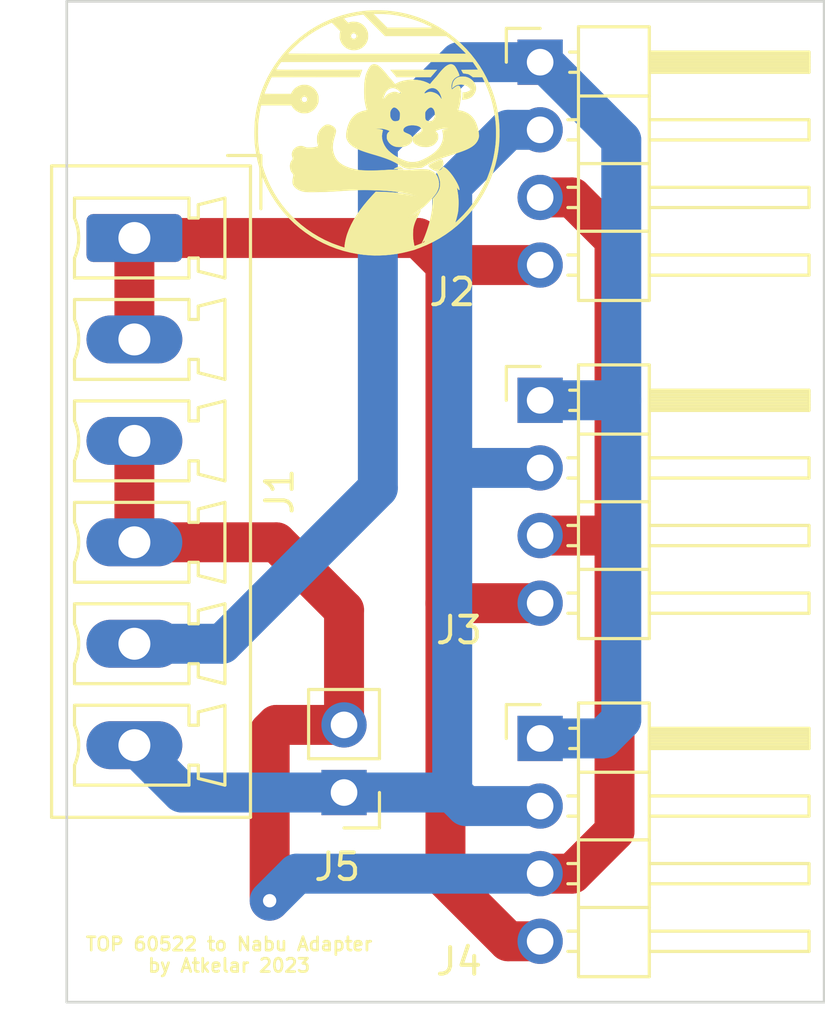
<source format=kicad_pcb>
(kicad_pcb (version 20221018) (generator pcbnew)
  (layers (0 "F.Cu" signal) (31 "B.Cu" signal) (34 "B.Paste" user) (35 "F.Paste" user) (36 "B.SilkS" user "B.Silkscreen") (37 "F.SilkS" user "F.Silkscreen") (38 "B.Mask" user) (39 "F.Mask" user) (44 "Edge.Cuts" user))
  (net 0 "")
  (net 1 "+5V")
  (net 2 "GND")
  (net 3 "-12V")
  (net 4 "+12V")
  (footprint "Connector_PinHeader_2.54mm:PinHeader_1x04_P2.54mm_Horizontal" (layer "F.Cu") (at 97.028 75.692)
    (fp_text reference "J2" (at -3.302 8.636) (layer "F.SilkS"))
    (fp_text value "MB")
    (pad "1" thru_hole rect (at 0 0) (size 1.7 1.7) (drill 1) (layers "*.Cu" "*.Mask") (net 3 "-12V"))
    (pad "2" thru_hole oval (at 0 2.54) (size 1.7 1.7) (drill 1) (layers "*.Cu" "*.Mask") (net 4 "+12V"))
    (pad "3" thru_hole oval (at 0 5.08) (size 1.7 1.7) (drill 1) (layers "*.Cu" "*.Mask") (net 2 "GND"))
    (pad "4" thru_hole oval (at 0 7.62) (size 1.7 1.7) (drill 1) (layers "*.Cu" "*.Mask") (net 1 "+5V"))
  )
  (footprint "Connector_PinHeader_2.54mm:PinHeader_1x04_P2.54mm_Horizontal" (layer "F.Cu") (at 97.028 88.392)
    (fp_text reference "J3" (at -3.048 8.636) (layer "F.SilkS"))
    (fp_text value "MB")
    (pad "1" thru_hole rect (at 0 0) (size 1.7 1.7) (drill 1) (layers "*.Cu" "*.Mask") (net 3 "-12V"))
    (pad "2" thru_hole oval (at 0 2.54) (size 1.7 1.7) (drill 1) (layers "*.Cu" "*.Mask") (net 4 "+12V"))
    (pad "3" thru_hole oval (at 0 5.08) (size 1.7 1.7) (drill 1) (layers "*.Cu" "*.Mask") (net 2 "GND"))
    (pad "4" thru_hole oval (at 0 7.62) (size 1.7 1.7) (drill 1) (layers "*.Cu" "*.Mask") (net 1 "+5V"))
  )
  (footprint "Connector_PinHeader_2.54mm:PinHeader_1x04_P2.54mm_Horizontal" (layer "F.Cu") (at 97.028 101.092)
    (fp_text reference "J4" (at -3.048 8.382) (layer "F.SilkS"))
    (fp_text value "MB")
    (pad "1" thru_hole rect (at 0 0) (size 1.7 1.7) (drill 1) (layers "*.Cu" "*.Mask") (net 3 "-12V"))
    (pad "2" thru_hole oval (at 0 2.54) (size 1.7 1.7) (drill 1) (layers "*.Cu" "*.Mask") (net 4 "+12V"))
    (pad "3" thru_hole oval (at 0 5.08) (size 1.7 1.7) (drill 1) (layers "*.Cu" "*.Mask") (net 2 "GND"))
    (pad "4" thru_hole oval (at 0 7.62) (size 1.7 1.7) (drill 1) (layers "*.Cu" "*.Mask") (net 1 "+5V"))
  )
  (footprint "Connector_PinHeader_2.54mm:PinHeader_1x02_P2.54mm_Vertical" (layer "F.Cu") (at 89.662 103.124 180)
    (fp_text reference "J5" (at 0.254 -2.794) (layer "F.SilkS"))
    (fp_text value "Fan")
    (pad "1" thru_hole rect (at 0 0 180) (size 1.7 1.7) (drill 1) (layers "*.Cu" "*.Mask") (net 4 "+12V"))
    (pad "2" thru_hole oval (at 0 2.54 180) (size 1.7 1.7) (drill 1) (layers "*.Cu" "*.Mask") (net 2 "GND"))
  )
  (footprint "Atkelar_Custom:Atkelar-Logo-2" (layer "F.Cu") (at 90.932 78.232)
    (fp_text reference "G***" hide)
    (fp_text value "LOGO" hide)
  )
  (footprint "Connector_Phoenix_MC:PhoenixContact_MCV_1,5_6-G-3.81_1x06_P3.81mm_Vertical" (layer "F.Cu") (at 81.788 82.296 -90)
    (fp_text reference "J1" (at 9.52 -5.45 90) (layer "F.SilkS"))
    (fp_text value "Conn_01x06")
    (pad "1" thru_hole roundrect (at 0 0 270) (size 1.8 3.6) (drill 1.2) (layers "*.Cu" "*.Mask") (roundrect_rratio 0.138889) (net 1 "+5V"))
    (pad "2" thru_hole oval (at 3.81 0 270) (size 1.8 3.6) (drill 1.2) (layers "*.Cu" "*.Mask") (net 1 "+5V"))
    (pad "3" thru_hole oval (at 7.62 0 270) (size 1.8 3.6) (drill 1.2) (layers "*.Cu" "*.Mask") (net 2 "GND"))
    (pad "4" thru_hole oval (at 11.43 0 270) (size 1.8 3.6) (drill 1.2) (layers "*.Cu" "*.Mask") (net 2 "GND"))
    (pad "5" thru_hole oval (at 15.24 0 270) (size 1.8 3.6) (drill 1.2) (layers "*.Cu" "*.Mask") (net 3 "-12V"))
    (pad "6" thru_hole oval (at 19.05 0 270) (size 1.8 3.6) (drill 1.2) (layers "*.Cu" "*.Mask") (net 4 "+12V"))
  )
  (gr_line (start 107.696 110.998) (end 79.248 110.998) (stroke (width 0.1)) (layer "Edge.Cuts"))
  (gr_line (start 79.248 73.406) (end 107.696 73.406) (stroke (width 0.1)) (layer "Edge.Cuts"))
  (gr_line (start 107.696 73.406) (end 107.696 110.998) (stroke (width 0.1)) (layer "Edge.Cuts"))
  (gr_line (start 79.248 110.998) (end 79.248 73.406) (stroke (width 0.1)) (layer "Edge.Cuts"))
  (gr_text "TOP 60522 to Nabu Adapter\nby Atkelar 2023" (at 85.344 109.22) (layer "F.SilkS") (effects (font (size 0.5 0.5) (thickness 0.1))))
  (segment (start 93.472 83.312) (end 93.472 96.012) (width 1.5) (layer "F.Cu") (net 1))
  (segment (start 93.472 96.012) (end 93.472 106.358081) (width 1.5) (layer "F.Cu") (net 1))
  (segment (start 95.825919 108.712) (end 97.028 108.712) (width 1.5) (layer "F.Cu") (net 1))
  (segment (start 93.472 96.012) (end 97.028 96.012) (width 1.5) (layer "F.Cu") (net 1))
  (segment (start 81.788 82.296) (end 81.788 86.106) (width 1.5) (layer "F.Cu") (net 1))
  (segment (start 93.472 106.358081) (end 95.825919 108.712) (width 1.5) (layer "F.Cu") (net 1))
  (segment (start 93.472 83.312) (end 97.028 83.312) (width 1.5) (layer "F.Cu") (net 1))
  (segment (start 92.456 82.296) (end 93.472 83.312) (width 1.5) (layer "F.Cu") (net 1))
  (segment (start 81.788 82.296) (end 92.456 82.296) (width 1.5) (layer "F.Cu") (net 1))
  (segment (start 86.868 100.838) (end 87.122 100.584) (width 1.5) (layer "F.Cu") (net 2))
  (segment (start 89.662 96.266) (end 87.122 93.726) (width 1.5) (layer "F.Cu") (net 2))
  (segment (start 87.122 93.726) (end 81.788 93.726) (width 1.5) (layer "F.Cu") (net 2))
  (segment (start 81.788 89.916) (end 81.788 93.726) (width 1.5) (layer "F.Cu") (net 2))
  (segment (start 99.822 104.580081) (end 98.230081 106.172) (width 1.5) (layer "F.Cu") (net 2))
  (segment (start 89.662 100.584) (end 89.662 96.266) (width 1.5) (layer "F.Cu") (net 2))
  (segment (start 99.822 93.472) (end 99.822 104.580081) (width 1.5) (layer "F.Cu") (net 2))
  (segment (start 98.230081 80.772) (end 99.822 82.363919) (width 1.5) (layer "F.Cu") (net 2))
  (segment (start 97.028 80.772) (end 98.230081 80.772) (width 1.5) (layer "F.Cu") (net 2))
  (segment (start 87.122 100.584) (end 89.662 100.584) (width 1.5) (layer "F.Cu") (net 2))
  (segment (start 99.822 93.472) (end 97.028 93.472) (width 1.5) (layer "F.Cu") (net 2))
  (segment (start 98.230081 106.172) (end 97.028 106.172) (width 1.5) (layer "F.Cu") (net 2))
  (segment (start 99.822 82.363919) (end 99.822 93.472) (width 1.5) (layer "F.Cu") (net 2))
  (segment (start 86.868 107.188) (end 86.868 100.838) (width 1.5) (layer "F.Cu") (net 2))
  (via (at 86.868 107.188) (size 1) (drill 0.5) (layers "F.Cu" "B.Cu") (net 2))
  (segment (start 97.028 106.172) (end 87.884 106.172) (width 1.5) (layer "B.Cu") (net 2))
  (segment (start 87.884 106.172) (end 86.868 107.188) (width 1.5) (layer "B.Cu") (net 2))
  (segment (start 99.378 101.092) (end 97.028 101.092) (width 1.5) (layer "B.Cu") (net 3))
  (segment (start 81.788 97.536) (end 85.088 97.536) (width 1.5) (layer "B.Cu") (net 3))
  (segment (start 100.076 100.394) (end 99.378 101.092) (width 1.5) (layer "B.Cu") (net 3))
  (segment (start 90.932 91.692) (end 90.932 78.74) (width 1.5) (layer "B.Cu") (net 3))
  (segment (start 100.076 88.392) (end 97.028 88.392) (width 1.5) (layer "B.Cu") (net 3))
  (segment (start 90.932 78.74) (end 93.98 75.692) (width 1.5) (layer "B.Cu") (net 3))
  (segment (start 97.152002 75.692) (end 100.076 78.615998) (width 1.5) (layer "B.Cu") (net 3))
  (segment (start 85.088 97.536) (end 90.932 91.692) (width 1.5) (layer "B.Cu") (net 3))
  (segment (start 93.98 75.692) (end 97.028 75.692) (width 1.5) (layer "B.Cu") (net 3))
  (segment (start 97.028 75.692) (end 97.152002 75.692) (width 1.5) (layer "B.Cu") (net 3))
  (segment (start 100.076 88.392) (end 100.076 100.394) (width 1.5) (layer "B.Cu") (net 3))
  (segment (start 100.076 78.615998) (end 100.076 88.392) (width 1.5) (layer "B.Cu") (net 3))
  (segment (start 93.726 103.124) (end 94.234 103.632) (width 1.5) (layer "B.Cu") (net 4))
  (segment (start 83.566 103.124) (end 89.662 103.124) (width 1.5) (layer "B.Cu") (net 4))
  (segment (start 93.726 80.331919) (end 95.825919 78.232) (width 1.5) (layer "B.Cu") (net 4))
  (segment (start 95.825919 78.232) (end 97.028 78.232) (width 1.5) (layer "B.Cu") (net 4))
  (segment (start 93.726 103.124) (end 93.726 90.932) (width 1.5) (layer "B.Cu") (net 4))
  (segment (start 89.662 103.124) (end 93.726 103.124) (width 1.5) (layer "B.Cu") (net 4))
  (segment (start 94.234 103.632) (end 97.028 103.632) (width 1.5) (layer "B.Cu") (net 4))
  (segment (start 81.788 101.346) (end 83.566 103.124) (width 1.5) (layer "B.Cu") (net 4))
  (segment (start 93.726 90.932) (end 93.726 80.331919) (width 1.5) (layer "B.Cu") (net 4))
  (segment (start 93.726 90.932) (end 97.028 90.932) (width 1.5) (layer "B.Cu") (net 4))
)
</source>
